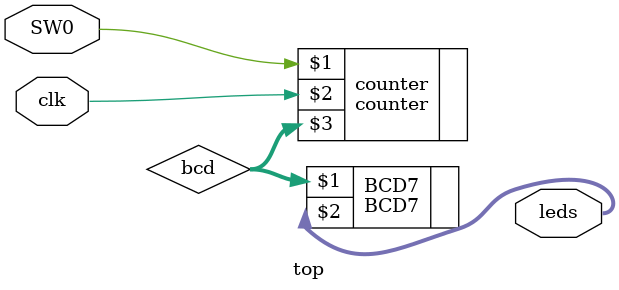
<source format=v>
module top (SW0, clk, leds);
input SW0;
input clk;
output [6:0] leds;

wire [6:0] leds;
wire [3:0] bcd;

counter counter (SW0, clk, bcd);
BCD7 BCD7 (bcd, leds);

endmodule

</source>
